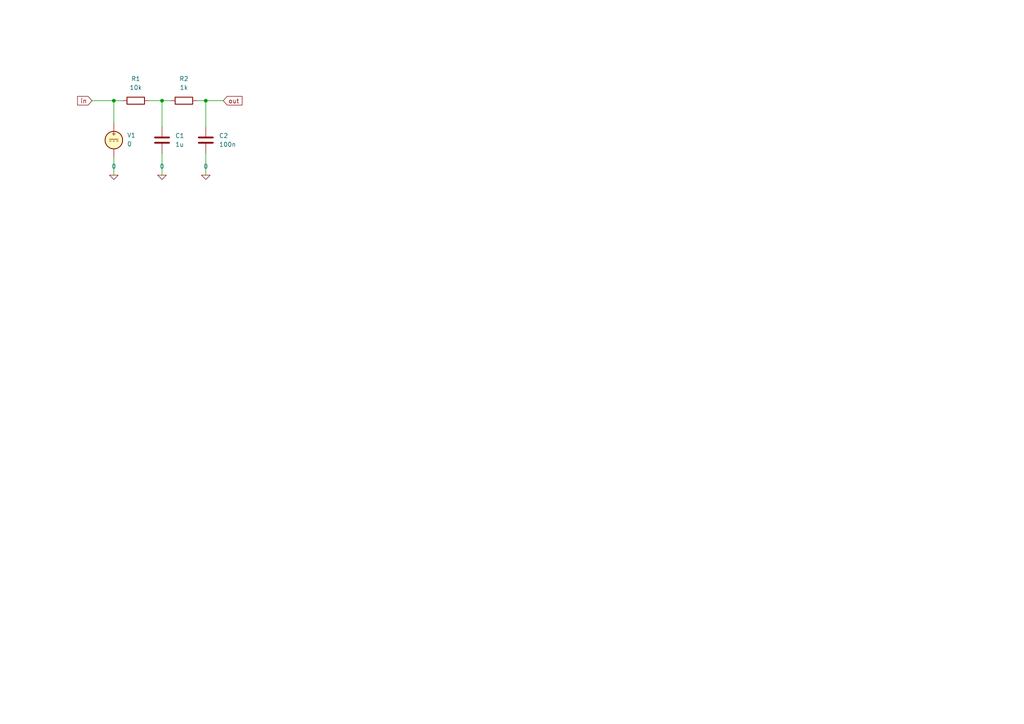
<source format=kicad_sch>
(kicad_sch (version 20231120) (generator "eeschema") (generator_version "8.0")
  (paper "A4")
  (lib_symbols
    (symbol "Device:C" (pin_numbers hide) (pin_names (offset 0.254))
      (property "Reference" "C" (at 0.635 2.54 0))
      (property "Value" "C" (at 0.635 -2.54 0))
      (symbol "C_0_1"
        (polyline (pts (xy -2.032 -0.762) (xy 2.032 -0.762)) (stroke (width 0.508)))
        (polyline (pts (xy -2.032 0.762) (xy 2.032 0.762)) (stroke (width 0.508)))
      )
      (symbol "C_1_1"
        (pin passive line (at 0 3.81 270) (length 2.794) (name "~") (number "1"))
        (pin passive line (at 0 -3.81 90) (length 2.794) (name "~") (number "2"))
      )
    )
    (symbol "Device:R" (pin_numbers hide) (pin_names (offset 0))
      (property "Reference" "R" (at 2.032 0 90))
      (property "Value" "R" (at 0 0 90))
      (symbol "R_0_1"
        (rectangle (start -1.016 -2.54) (end 1.016 2.54) (stroke (width 0.254)))
      )
      (symbol "R_1_1"
        (pin passive line (at 0 3.81 270) (length 1.27) (name "~") (number "1"))
        (pin passive line (at 0 -3.81 90) (length 1.27) (name "~") (number "2"))
      )
    )
    (symbol "Simulation_SPICE:0" (power) (pin_names (offset 0))
      (property "Value" "0" (at 0 -1.778 0))
      (symbol "0_0_1"
        (polyline (pts (xy -1.27 0) (xy 0 -1.27) (xy 1.27 0) (xy -1.27 0)))
      )
      (symbol "0_1_1"
        (pin power_in line (at 0 0 0) (length 0) hide (name "0") (number "1"))
      )
    )
    (symbol "Simulation_SPICE:VDC" (pin_numbers hide) (pin_names (offset 0.0254))
      (property "Reference" "V" (at 2.54 2.54 0))
      (property "Value" "1" (at 2.54 0 0))
      (symbol "VDC_0_0"
        (polyline (pts (xy -1.27 0.254) (xy 1.27 0.254)))
        (polyline (pts (xy -0.762 -0.254) (xy -1.27 -0.254)))
        (polyline (pts (xy 0.254 -0.254) (xy -0.254 -0.254)))
        (polyline (pts (xy 1.27 -0.254) (xy 0.762 -0.254)))
        (text "+" (at 0 1.905 0) (effects (font (size 1.27 1.27))))
      )
      (symbol "VDC_0_1"
        (circle (center 0 0) (radius 2.54) (stroke (width 0.254)) (fill (type background)))
      )
      (symbol "VDC_1_1"
        (pin passive line (at 0 5.08 270) (length 2.54) (name "~") (number "1"))
        (pin passive line (at 0 -5.08 90) (length 2.54) (name "~") (number "2"))
      )
    )
  )
  (junction (at 46.99 29.21))
  (junction (at 59.69 29.21))
  (junction (at 33.02 29.21))
  (wire (pts (xy 26.67 29.21) (xy 33.02 29.21)))
  (wire (pts (xy 43.18 29.21) (xy 46.99 29.21)))
  (wire (pts (xy 46.99 29.21) (xy 49.53 29.21)))
  (wire (pts (xy 33.02 45.72) (xy 33.02 50.8)))
  (wire (pts (xy 59.69 29.21) (xy 59.69 36.83)))
  (wire (pts (xy 59.69 29.21) (xy 64.77 29.21)))
  (wire (pts (xy 59.69 44.45) (xy 59.69 50.8)))
  (wire (pts (xy 33.02 29.21) (xy 35.56 29.21)))
  (wire (pts (xy 46.99 29.21) (xy 46.99 36.83)))
  (wire (pts (xy 46.99 44.45) (xy 46.99 50.8)))
  (wire (pts (xy 33.02 35.56) (xy 33.02 29.21)))
  (wire (pts (xy 57.15 29.21) (xy 59.69 29.21)))
  (global_label "in" (shape input) (at 26.67 29.21 180) (property "Intersheetrefs" "${INTERSHEET_REFS}" (effects (hide yes))))
  (global_label "out" (shape input) (at 64.77 29.21 0) (property "Intersheetrefs" "${INTERSHEET_REFS}" (effects (hide yes))))
  (symbol (lib_id "Simulation_SPICE:0") (at 33.02 50.8 0) (unit 1)
    (property "Reference" "#GND03" (effects (hide yes)))
    (property "Value" "0" (at 33.02 48.26 0))
    (property "Datasheet" "https://ngspice.sourceforge.io/docs/ngspice-html-manual/manual.xhtml#subsec_Circuit_elements__device" (effects (hide yes)))
    (property "Description" "0V reference potential for simulation" (effects (hide yes)))
  )
  (symbol (lib_id "Device:R") (at 53.34 29.21 90) (unit 1)
    (property "Reference" "R2" (at 53.34 22.86 90))
    (property "Value" "1k" (at 53.34 25.4 90))
    (property "Description" "Resistor" (effects (hide yes)))
  )
  (symbol (lib_id "Simulation_SPICE:0") (at 46.99 50.8 0) (unit 1)
    (property "Reference" "#GND02" (effects (hide yes)))
    (property "Value" "0" (at 46.99 48.26 0))
    (property "Datasheet" "https://ngspice.sourceforge.io/docs/ngspice-html-manual/manual.xhtml#subsec_Circuit_elements__device" (effects (hide yes)))
    (property "Description" "0V reference potential for simulation" (effects (hide yes)))
  )
  (symbol (lib_id "Device:C") (at 46.99 40.64 0) (unit 1)
    (property "Reference" "C1" (at 50.8 39.3699 0) (effects (justify left)))
    (property "Value" "1u" (at 50.8 41.9099 0) (effects (justify left)))
    (property "Description" "Unpolarized capacitor" (effects (hide yes)))
  )
  (symbol (lib_id "Simulation_SPICE:VDC") (at 33.02 40.64 0) (unit 1)
    (property "Reference" "V1" (at 36.83 39.2401 0) (effects (justify left)))
    (property "Value" "0" (at 36.83 41.7801 0) (effects (justify left)))
    (property "Datasheet" "https://ngspice.sourceforge.io/docs/ngspice-html-manual/manual.xhtml#sec_Independent_Sources_for" (effects (hide yes)))
    (property "Description" "Voltage source, DC" (effects (hide yes)))
    (property "Sim.Pins" "1=+ 2=-" (effects (hide yes)))
    (property "Sim.Type" "DC" (effects (hide yes)))
    (property "Sim.Device" "V" (effects (hide yes)))
    (property "Sim.Params" "ac=1" (effects (hide yes)))
  )
  (symbol (lib_id "Device:R") (at 39.37 29.21 90) (unit 1)
    (property "Reference" "R1" (at 39.37 22.86 90))
    (property "Value" "10k" (at 39.37 25.4 90))
    (property "Description" "Resistor" (effects (hide yes)))
  )
  (symbol (lib_id "Device:C") (at 59.69 40.64 0) (unit 1)
    (property "Reference" "C2" (at 63.5 39.3699 0) (effects (justify left)))
    (property "Value" "100n" (at 63.5 41.9099 0) (effects (justify left)))
    (property "Description" "Unpolarized capacitor" (effects (hide yes)))
  )
  (symbol (lib_id "Simulation_SPICE:0") (at 59.69 50.8 0) (unit 1)
    (property "Reference" "#GND01" (effects (hide yes)))
    (property "Value" "0" (at 59.69 48.26 0))
    (property "Datasheet" "https://ngspice.sourceforge.io/docs/ngspice-html-manual/manual.xhtml#subsec_Circuit_elements__device" (effects (hide yes)))
    (property "Description" "0V reference potential for simulation" (effects (hide yes)))
  )
)
</source>
